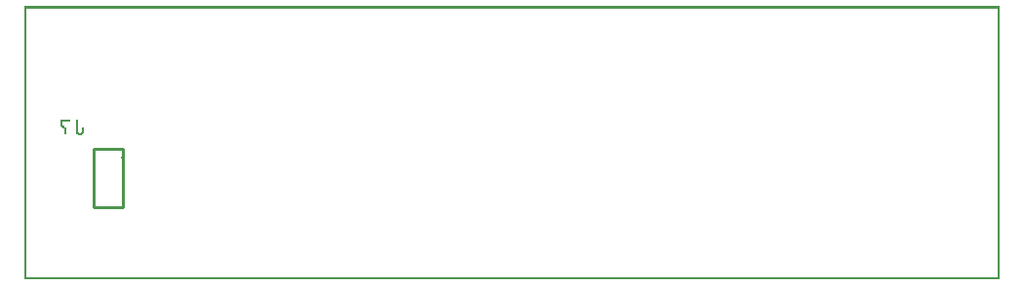
<source format=gbo>
G04 MADE WITH FRITZING*
G04 WWW.FRITZING.ORG*
G04 DOUBLE SIDED*
G04 HOLES PLATED*
G04 CONTOUR ON CENTER OF CONTOUR VECTOR*
%ASAXBY*%
%FSLAX23Y23*%
%MOIN*%
%OFA0B0*%
%SFA1.0B1.0*%
%ADD10C,0.010000*%
%ADD11R,0.001000X0.001000*%
%LNSILK0*%
G90*
G70*
G54D10*
X335Y449D02*
X335Y249D01*
D02*
X335Y249D02*
X235Y249D01*
D02*
X235Y249D02*
X235Y449D01*
D02*
X235Y449D02*
X335Y449D01*
G54D11*
X0Y936D02*
X3332Y936D01*
X0Y935D02*
X3332Y935D01*
X0Y934D02*
X3332Y934D01*
X0Y933D02*
X3332Y933D01*
X0Y932D02*
X3332Y932D01*
X0Y931D02*
X3332Y931D01*
X0Y930D02*
X3332Y930D01*
X0Y929D02*
X3332Y929D01*
X0Y928D02*
X7Y928D01*
X3325Y928D02*
X3332Y928D01*
X0Y927D02*
X7Y927D01*
X3325Y927D02*
X3332Y927D01*
X0Y926D02*
X7Y926D01*
X3325Y926D02*
X3332Y926D01*
X0Y925D02*
X7Y925D01*
X3325Y925D02*
X3332Y925D01*
X0Y924D02*
X7Y924D01*
X3325Y924D02*
X3332Y924D01*
X0Y923D02*
X7Y923D01*
X3325Y923D02*
X3332Y923D01*
X0Y922D02*
X7Y922D01*
X3325Y922D02*
X3332Y922D01*
X0Y921D02*
X7Y921D01*
X3325Y921D02*
X3332Y921D01*
X0Y920D02*
X7Y920D01*
X3325Y920D02*
X3332Y920D01*
X0Y919D02*
X7Y919D01*
X3325Y919D02*
X3332Y919D01*
X0Y918D02*
X7Y918D01*
X3325Y918D02*
X3332Y918D01*
X0Y917D02*
X7Y917D01*
X3325Y917D02*
X3332Y917D01*
X0Y916D02*
X7Y916D01*
X3325Y916D02*
X3332Y916D01*
X0Y915D02*
X7Y915D01*
X3325Y915D02*
X3332Y915D01*
X0Y914D02*
X7Y914D01*
X3325Y914D02*
X3332Y914D01*
X0Y913D02*
X7Y913D01*
X3325Y913D02*
X3332Y913D01*
X0Y912D02*
X7Y912D01*
X3325Y912D02*
X3332Y912D01*
X0Y911D02*
X7Y911D01*
X3325Y911D02*
X3332Y911D01*
X0Y910D02*
X7Y910D01*
X3325Y910D02*
X3332Y910D01*
X0Y909D02*
X7Y909D01*
X3325Y909D02*
X3332Y909D01*
X0Y908D02*
X7Y908D01*
X3325Y908D02*
X3332Y908D01*
X0Y907D02*
X7Y907D01*
X3325Y907D02*
X3332Y907D01*
X0Y906D02*
X7Y906D01*
X3325Y906D02*
X3332Y906D01*
X0Y905D02*
X7Y905D01*
X3325Y905D02*
X3332Y905D01*
X0Y904D02*
X7Y904D01*
X3325Y904D02*
X3332Y904D01*
X0Y903D02*
X7Y903D01*
X3325Y903D02*
X3332Y903D01*
X0Y902D02*
X7Y902D01*
X3325Y902D02*
X3332Y902D01*
X0Y901D02*
X7Y901D01*
X3325Y901D02*
X3332Y901D01*
X0Y900D02*
X7Y900D01*
X3325Y900D02*
X3332Y900D01*
X0Y899D02*
X7Y899D01*
X3325Y899D02*
X3332Y899D01*
X0Y898D02*
X7Y898D01*
X3325Y898D02*
X3332Y898D01*
X0Y897D02*
X7Y897D01*
X3325Y897D02*
X3332Y897D01*
X0Y896D02*
X7Y896D01*
X3325Y896D02*
X3332Y896D01*
X0Y895D02*
X7Y895D01*
X3325Y895D02*
X3332Y895D01*
X0Y894D02*
X7Y894D01*
X3325Y894D02*
X3332Y894D01*
X0Y893D02*
X7Y893D01*
X3325Y893D02*
X3332Y893D01*
X0Y892D02*
X7Y892D01*
X3325Y892D02*
X3332Y892D01*
X0Y891D02*
X7Y891D01*
X3325Y891D02*
X3332Y891D01*
X0Y890D02*
X7Y890D01*
X3325Y890D02*
X3332Y890D01*
X0Y889D02*
X7Y889D01*
X3325Y889D02*
X3332Y889D01*
X0Y888D02*
X7Y888D01*
X3325Y888D02*
X3332Y888D01*
X0Y887D02*
X7Y887D01*
X3325Y887D02*
X3332Y887D01*
X0Y886D02*
X7Y886D01*
X3325Y886D02*
X3332Y886D01*
X0Y885D02*
X7Y885D01*
X3325Y885D02*
X3332Y885D01*
X0Y884D02*
X7Y884D01*
X3325Y884D02*
X3332Y884D01*
X0Y883D02*
X7Y883D01*
X3325Y883D02*
X3332Y883D01*
X0Y882D02*
X7Y882D01*
X3325Y882D02*
X3332Y882D01*
X0Y881D02*
X7Y881D01*
X3325Y881D02*
X3332Y881D01*
X0Y880D02*
X7Y880D01*
X3325Y880D02*
X3332Y880D01*
X0Y879D02*
X7Y879D01*
X3325Y879D02*
X3332Y879D01*
X0Y878D02*
X7Y878D01*
X3325Y878D02*
X3332Y878D01*
X0Y877D02*
X7Y877D01*
X3325Y877D02*
X3332Y877D01*
X0Y876D02*
X7Y876D01*
X3325Y876D02*
X3332Y876D01*
X0Y875D02*
X7Y875D01*
X3325Y875D02*
X3332Y875D01*
X0Y874D02*
X7Y874D01*
X3325Y874D02*
X3332Y874D01*
X0Y873D02*
X7Y873D01*
X3325Y873D02*
X3332Y873D01*
X0Y872D02*
X7Y872D01*
X3325Y872D02*
X3332Y872D01*
X0Y871D02*
X7Y871D01*
X3325Y871D02*
X3332Y871D01*
X0Y870D02*
X7Y870D01*
X3325Y870D02*
X3332Y870D01*
X0Y869D02*
X7Y869D01*
X3325Y869D02*
X3332Y869D01*
X0Y868D02*
X7Y868D01*
X3325Y868D02*
X3332Y868D01*
X0Y867D02*
X7Y867D01*
X3325Y867D02*
X3332Y867D01*
X0Y866D02*
X7Y866D01*
X3325Y866D02*
X3332Y866D01*
X0Y865D02*
X7Y865D01*
X3325Y865D02*
X3332Y865D01*
X0Y864D02*
X7Y864D01*
X3325Y864D02*
X3332Y864D01*
X0Y863D02*
X7Y863D01*
X3325Y863D02*
X3332Y863D01*
X0Y862D02*
X7Y862D01*
X3325Y862D02*
X3332Y862D01*
X0Y861D02*
X7Y861D01*
X3325Y861D02*
X3332Y861D01*
X0Y860D02*
X7Y860D01*
X3325Y860D02*
X3332Y860D01*
X0Y859D02*
X7Y859D01*
X3325Y859D02*
X3332Y859D01*
X0Y858D02*
X7Y858D01*
X3325Y858D02*
X3332Y858D01*
X0Y857D02*
X7Y857D01*
X3325Y857D02*
X3332Y857D01*
X0Y856D02*
X7Y856D01*
X3325Y856D02*
X3332Y856D01*
X0Y855D02*
X7Y855D01*
X3325Y855D02*
X3332Y855D01*
X0Y854D02*
X7Y854D01*
X3325Y854D02*
X3332Y854D01*
X0Y853D02*
X7Y853D01*
X3325Y853D02*
X3332Y853D01*
X0Y852D02*
X7Y852D01*
X3325Y852D02*
X3332Y852D01*
X0Y851D02*
X7Y851D01*
X3325Y851D02*
X3332Y851D01*
X0Y850D02*
X7Y850D01*
X3325Y850D02*
X3332Y850D01*
X0Y849D02*
X7Y849D01*
X3325Y849D02*
X3332Y849D01*
X0Y848D02*
X7Y848D01*
X3325Y848D02*
X3332Y848D01*
X0Y847D02*
X7Y847D01*
X3325Y847D02*
X3332Y847D01*
X0Y846D02*
X7Y846D01*
X3325Y846D02*
X3332Y846D01*
X0Y845D02*
X7Y845D01*
X3325Y845D02*
X3332Y845D01*
X0Y844D02*
X7Y844D01*
X3325Y844D02*
X3332Y844D01*
X0Y843D02*
X7Y843D01*
X3325Y843D02*
X3332Y843D01*
X0Y842D02*
X7Y842D01*
X3325Y842D02*
X3332Y842D01*
X0Y841D02*
X7Y841D01*
X3325Y841D02*
X3332Y841D01*
X0Y840D02*
X7Y840D01*
X3325Y840D02*
X3332Y840D01*
X0Y839D02*
X7Y839D01*
X3325Y839D02*
X3332Y839D01*
X0Y838D02*
X7Y838D01*
X3325Y838D02*
X3332Y838D01*
X0Y837D02*
X7Y837D01*
X3325Y837D02*
X3332Y837D01*
X0Y836D02*
X7Y836D01*
X3325Y836D02*
X3332Y836D01*
X0Y835D02*
X7Y835D01*
X3325Y835D02*
X3332Y835D01*
X0Y834D02*
X7Y834D01*
X3325Y834D02*
X3332Y834D01*
X0Y833D02*
X7Y833D01*
X3325Y833D02*
X3332Y833D01*
X0Y832D02*
X7Y832D01*
X3325Y832D02*
X3332Y832D01*
X0Y831D02*
X7Y831D01*
X3325Y831D02*
X3332Y831D01*
X0Y830D02*
X7Y830D01*
X3325Y830D02*
X3332Y830D01*
X0Y829D02*
X7Y829D01*
X3325Y829D02*
X3332Y829D01*
X0Y828D02*
X7Y828D01*
X3325Y828D02*
X3332Y828D01*
X0Y827D02*
X7Y827D01*
X3325Y827D02*
X3332Y827D01*
X0Y826D02*
X7Y826D01*
X3325Y826D02*
X3332Y826D01*
X0Y825D02*
X7Y825D01*
X3325Y825D02*
X3332Y825D01*
X0Y824D02*
X7Y824D01*
X3325Y824D02*
X3332Y824D01*
X0Y823D02*
X7Y823D01*
X3325Y823D02*
X3332Y823D01*
X0Y822D02*
X7Y822D01*
X3325Y822D02*
X3332Y822D01*
X0Y821D02*
X7Y821D01*
X3325Y821D02*
X3332Y821D01*
X0Y820D02*
X7Y820D01*
X3325Y820D02*
X3332Y820D01*
X0Y819D02*
X7Y819D01*
X3325Y819D02*
X3332Y819D01*
X0Y818D02*
X7Y818D01*
X3325Y818D02*
X3332Y818D01*
X0Y817D02*
X7Y817D01*
X3325Y817D02*
X3332Y817D01*
X0Y816D02*
X7Y816D01*
X3325Y816D02*
X3332Y816D01*
X0Y815D02*
X7Y815D01*
X3325Y815D02*
X3332Y815D01*
X0Y814D02*
X7Y814D01*
X3325Y814D02*
X3332Y814D01*
X0Y813D02*
X7Y813D01*
X3325Y813D02*
X3332Y813D01*
X0Y812D02*
X7Y812D01*
X3325Y812D02*
X3332Y812D01*
X0Y811D02*
X7Y811D01*
X3325Y811D02*
X3332Y811D01*
X0Y810D02*
X7Y810D01*
X3325Y810D02*
X3332Y810D01*
X0Y809D02*
X7Y809D01*
X3325Y809D02*
X3332Y809D01*
X0Y808D02*
X7Y808D01*
X3325Y808D02*
X3332Y808D01*
X0Y807D02*
X7Y807D01*
X3325Y807D02*
X3332Y807D01*
X0Y806D02*
X7Y806D01*
X3325Y806D02*
X3332Y806D01*
X0Y805D02*
X7Y805D01*
X3325Y805D02*
X3332Y805D01*
X0Y804D02*
X7Y804D01*
X3325Y804D02*
X3332Y804D01*
X0Y803D02*
X7Y803D01*
X3325Y803D02*
X3332Y803D01*
X0Y802D02*
X7Y802D01*
X3325Y802D02*
X3332Y802D01*
X0Y801D02*
X7Y801D01*
X3325Y801D02*
X3332Y801D01*
X0Y800D02*
X7Y800D01*
X3325Y800D02*
X3332Y800D01*
X0Y799D02*
X7Y799D01*
X3325Y799D02*
X3332Y799D01*
X0Y798D02*
X7Y798D01*
X3325Y798D02*
X3332Y798D01*
X0Y797D02*
X7Y797D01*
X3325Y797D02*
X3332Y797D01*
X0Y796D02*
X7Y796D01*
X3325Y796D02*
X3332Y796D01*
X0Y795D02*
X7Y795D01*
X3325Y795D02*
X3332Y795D01*
X0Y794D02*
X7Y794D01*
X3325Y794D02*
X3332Y794D01*
X0Y793D02*
X7Y793D01*
X3325Y793D02*
X3332Y793D01*
X0Y792D02*
X7Y792D01*
X3325Y792D02*
X3332Y792D01*
X0Y791D02*
X7Y791D01*
X3325Y791D02*
X3332Y791D01*
X0Y790D02*
X7Y790D01*
X3325Y790D02*
X3332Y790D01*
X0Y789D02*
X7Y789D01*
X3325Y789D02*
X3332Y789D01*
X0Y788D02*
X7Y788D01*
X3325Y788D02*
X3332Y788D01*
X0Y787D02*
X7Y787D01*
X3325Y787D02*
X3332Y787D01*
X0Y786D02*
X7Y786D01*
X3325Y786D02*
X3332Y786D01*
X0Y785D02*
X7Y785D01*
X3325Y785D02*
X3332Y785D01*
X0Y784D02*
X7Y784D01*
X3325Y784D02*
X3332Y784D01*
X0Y783D02*
X7Y783D01*
X3325Y783D02*
X3332Y783D01*
X0Y782D02*
X7Y782D01*
X3325Y782D02*
X3332Y782D01*
X0Y781D02*
X7Y781D01*
X3325Y781D02*
X3332Y781D01*
X0Y780D02*
X7Y780D01*
X3325Y780D02*
X3332Y780D01*
X0Y779D02*
X7Y779D01*
X3325Y779D02*
X3332Y779D01*
X0Y778D02*
X7Y778D01*
X3325Y778D02*
X3332Y778D01*
X0Y777D02*
X7Y777D01*
X3325Y777D02*
X3332Y777D01*
X0Y776D02*
X7Y776D01*
X3325Y776D02*
X3332Y776D01*
X0Y775D02*
X7Y775D01*
X3325Y775D02*
X3332Y775D01*
X0Y774D02*
X7Y774D01*
X3325Y774D02*
X3332Y774D01*
X0Y773D02*
X7Y773D01*
X3325Y773D02*
X3332Y773D01*
X0Y772D02*
X7Y772D01*
X3325Y772D02*
X3332Y772D01*
X0Y771D02*
X7Y771D01*
X3325Y771D02*
X3332Y771D01*
X0Y770D02*
X7Y770D01*
X3325Y770D02*
X3332Y770D01*
X0Y769D02*
X7Y769D01*
X3325Y769D02*
X3332Y769D01*
X0Y768D02*
X7Y768D01*
X3325Y768D02*
X3332Y768D01*
X0Y767D02*
X7Y767D01*
X3325Y767D02*
X3332Y767D01*
X0Y766D02*
X7Y766D01*
X3325Y766D02*
X3332Y766D01*
X0Y765D02*
X7Y765D01*
X3325Y765D02*
X3332Y765D01*
X0Y764D02*
X7Y764D01*
X3325Y764D02*
X3332Y764D01*
X0Y763D02*
X7Y763D01*
X3325Y763D02*
X3332Y763D01*
X0Y762D02*
X7Y762D01*
X3325Y762D02*
X3332Y762D01*
X0Y761D02*
X7Y761D01*
X3325Y761D02*
X3332Y761D01*
X0Y760D02*
X7Y760D01*
X3325Y760D02*
X3332Y760D01*
X0Y759D02*
X7Y759D01*
X3325Y759D02*
X3332Y759D01*
X0Y758D02*
X7Y758D01*
X3325Y758D02*
X3332Y758D01*
X0Y757D02*
X7Y757D01*
X3325Y757D02*
X3332Y757D01*
X0Y756D02*
X7Y756D01*
X3325Y756D02*
X3332Y756D01*
X0Y755D02*
X7Y755D01*
X3325Y755D02*
X3332Y755D01*
X0Y754D02*
X7Y754D01*
X3325Y754D02*
X3332Y754D01*
X0Y753D02*
X7Y753D01*
X3325Y753D02*
X3332Y753D01*
X0Y752D02*
X7Y752D01*
X3325Y752D02*
X3332Y752D01*
X0Y751D02*
X7Y751D01*
X3325Y751D02*
X3332Y751D01*
X0Y750D02*
X7Y750D01*
X3325Y750D02*
X3332Y750D01*
X0Y749D02*
X7Y749D01*
X3325Y749D02*
X3332Y749D01*
X0Y748D02*
X7Y748D01*
X3325Y748D02*
X3332Y748D01*
X0Y747D02*
X7Y747D01*
X3325Y747D02*
X3332Y747D01*
X0Y746D02*
X7Y746D01*
X3325Y746D02*
X3332Y746D01*
X0Y745D02*
X7Y745D01*
X3325Y745D02*
X3332Y745D01*
X0Y744D02*
X7Y744D01*
X3325Y744D02*
X3332Y744D01*
X0Y743D02*
X7Y743D01*
X3325Y743D02*
X3332Y743D01*
X0Y742D02*
X7Y742D01*
X3325Y742D02*
X3332Y742D01*
X0Y741D02*
X7Y741D01*
X3325Y741D02*
X3332Y741D01*
X0Y740D02*
X7Y740D01*
X3325Y740D02*
X3332Y740D01*
X0Y739D02*
X7Y739D01*
X3325Y739D02*
X3332Y739D01*
X0Y738D02*
X7Y738D01*
X3325Y738D02*
X3332Y738D01*
X0Y737D02*
X7Y737D01*
X3325Y737D02*
X3332Y737D01*
X0Y736D02*
X7Y736D01*
X3325Y736D02*
X3332Y736D01*
X0Y735D02*
X7Y735D01*
X3325Y735D02*
X3332Y735D01*
X0Y734D02*
X7Y734D01*
X3325Y734D02*
X3332Y734D01*
X0Y733D02*
X7Y733D01*
X3325Y733D02*
X3332Y733D01*
X0Y732D02*
X7Y732D01*
X3325Y732D02*
X3332Y732D01*
X0Y731D02*
X7Y731D01*
X3325Y731D02*
X3332Y731D01*
X0Y730D02*
X7Y730D01*
X3325Y730D02*
X3332Y730D01*
X0Y729D02*
X7Y729D01*
X3325Y729D02*
X3332Y729D01*
X0Y728D02*
X7Y728D01*
X3325Y728D02*
X3332Y728D01*
X0Y727D02*
X7Y727D01*
X3325Y727D02*
X3332Y727D01*
X0Y726D02*
X7Y726D01*
X3325Y726D02*
X3332Y726D01*
X0Y725D02*
X7Y725D01*
X3325Y725D02*
X3332Y725D01*
X0Y724D02*
X7Y724D01*
X3325Y724D02*
X3332Y724D01*
X0Y723D02*
X7Y723D01*
X3325Y723D02*
X3332Y723D01*
X0Y722D02*
X7Y722D01*
X3325Y722D02*
X3332Y722D01*
X0Y721D02*
X7Y721D01*
X3325Y721D02*
X3332Y721D01*
X0Y720D02*
X7Y720D01*
X3325Y720D02*
X3332Y720D01*
X0Y719D02*
X7Y719D01*
X3325Y719D02*
X3332Y719D01*
X0Y718D02*
X7Y718D01*
X3325Y718D02*
X3332Y718D01*
X0Y717D02*
X7Y717D01*
X3325Y717D02*
X3332Y717D01*
X0Y716D02*
X7Y716D01*
X3325Y716D02*
X3332Y716D01*
X0Y715D02*
X7Y715D01*
X3325Y715D02*
X3332Y715D01*
X0Y714D02*
X7Y714D01*
X3325Y714D02*
X3332Y714D01*
X0Y713D02*
X7Y713D01*
X3325Y713D02*
X3332Y713D01*
X0Y712D02*
X7Y712D01*
X3325Y712D02*
X3332Y712D01*
X0Y711D02*
X7Y711D01*
X3325Y711D02*
X3332Y711D01*
X0Y710D02*
X7Y710D01*
X3325Y710D02*
X3332Y710D01*
X0Y709D02*
X7Y709D01*
X3325Y709D02*
X3332Y709D01*
X0Y708D02*
X7Y708D01*
X3325Y708D02*
X3332Y708D01*
X0Y707D02*
X7Y707D01*
X3325Y707D02*
X3332Y707D01*
X0Y706D02*
X7Y706D01*
X3325Y706D02*
X3332Y706D01*
X0Y705D02*
X7Y705D01*
X3325Y705D02*
X3332Y705D01*
X0Y704D02*
X7Y704D01*
X3325Y704D02*
X3332Y704D01*
X0Y703D02*
X7Y703D01*
X3325Y703D02*
X3332Y703D01*
X0Y702D02*
X7Y702D01*
X3325Y702D02*
X3332Y702D01*
X0Y701D02*
X7Y701D01*
X3325Y701D02*
X3332Y701D01*
X0Y700D02*
X7Y700D01*
X3325Y700D02*
X3332Y700D01*
X0Y699D02*
X7Y699D01*
X3325Y699D02*
X3332Y699D01*
X0Y698D02*
X7Y698D01*
X3325Y698D02*
X3332Y698D01*
X0Y697D02*
X7Y697D01*
X3325Y697D02*
X3332Y697D01*
X0Y696D02*
X7Y696D01*
X3325Y696D02*
X3332Y696D01*
X0Y695D02*
X7Y695D01*
X3325Y695D02*
X3332Y695D01*
X0Y694D02*
X7Y694D01*
X3325Y694D02*
X3332Y694D01*
X0Y693D02*
X7Y693D01*
X3325Y693D02*
X3332Y693D01*
X0Y692D02*
X7Y692D01*
X3325Y692D02*
X3332Y692D01*
X0Y691D02*
X7Y691D01*
X3325Y691D02*
X3332Y691D01*
X0Y690D02*
X7Y690D01*
X3325Y690D02*
X3332Y690D01*
X0Y689D02*
X7Y689D01*
X3325Y689D02*
X3332Y689D01*
X0Y688D02*
X7Y688D01*
X3325Y688D02*
X3332Y688D01*
X0Y687D02*
X7Y687D01*
X3325Y687D02*
X3332Y687D01*
X0Y686D02*
X7Y686D01*
X3325Y686D02*
X3332Y686D01*
X0Y685D02*
X7Y685D01*
X3325Y685D02*
X3332Y685D01*
X0Y684D02*
X7Y684D01*
X3325Y684D02*
X3332Y684D01*
X0Y683D02*
X7Y683D01*
X3325Y683D02*
X3332Y683D01*
X0Y682D02*
X7Y682D01*
X3325Y682D02*
X3332Y682D01*
X0Y681D02*
X7Y681D01*
X3325Y681D02*
X3332Y681D01*
X0Y680D02*
X7Y680D01*
X3325Y680D02*
X3332Y680D01*
X0Y679D02*
X7Y679D01*
X3325Y679D02*
X3332Y679D01*
X0Y678D02*
X7Y678D01*
X3325Y678D02*
X3332Y678D01*
X0Y677D02*
X7Y677D01*
X3325Y677D02*
X3332Y677D01*
X0Y676D02*
X7Y676D01*
X3325Y676D02*
X3332Y676D01*
X0Y675D02*
X7Y675D01*
X3325Y675D02*
X3332Y675D01*
X0Y674D02*
X7Y674D01*
X3325Y674D02*
X3332Y674D01*
X0Y673D02*
X7Y673D01*
X3325Y673D02*
X3332Y673D01*
X0Y672D02*
X7Y672D01*
X3325Y672D02*
X3332Y672D01*
X0Y671D02*
X7Y671D01*
X3325Y671D02*
X3332Y671D01*
X0Y670D02*
X7Y670D01*
X3325Y670D02*
X3332Y670D01*
X0Y669D02*
X7Y669D01*
X3325Y669D02*
X3332Y669D01*
X0Y668D02*
X7Y668D01*
X3325Y668D02*
X3332Y668D01*
X0Y667D02*
X7Y667D01*
X3325Y667D02*
X3332Y667D01*
X0Y666D02*
X7Y666D01*
X3325Y666D02*
X3332Y666D01*
X0Y665D02*
X7Y665D01*
X3325Y665D02*
X3332Y665D01*
X0Y664D02*
X7Y664D01*
X3325Y664D02*
X3332Y664D01*
X0Y663D02*
X7Y663D01*
X3325Y663D02*
X3332Y663D01*
X0Y662D02*
X7Y662D01*
X3325Y662D02*
X3332Y662D01*
X0Y661D02*
X7Y661D01*
X3325Y661D02*
X3332Y661D01*
X0Y660D02*
X7Y660D01*
X3325Y660D02*
X3332Y660D01*
X0Y659D02*
X7Y659D01*
X3325Y659D02*
X3332Y659D01*
X0Y658D02*
X7Y658D01*
X3325Y658D02*
X3332Y658D01*
X0Y657D02*
X7Y657D01*
X3325Y657D02*
X3332Y657D01*
X0Y656D02*
X7Y656D01*
X3325Y656D02*
X3332Y656D01*
X0Y655D02*
X7Y655D01*
X3325Y655D02*
X3332Y655D01*
X0Y654D02*
X7Y654D01*
X3325Y654D02*
X3332Y654D01*
X0Y653D02*
X7Y653D01*
X3325Y653D02*
X3332Y653D01*
X0Y652D02*
X7Y652D01*
X3325Y652D02*
X3332Y652D01*
X0Y651D02*
X7Y651D01*
X3325Y651D02*
X3332Y651D01*
X0Y650D02*
X7Y650D01*
X3325Y650D02*
X3332Y650D01*
X0Y649D02*
X7Y649D01*
X3325Y649D02*
X3332Y649D01*
X0Y648D02*
X7Y648D01*
X3325Y648D02*
X3332Y648D01*
X0Y647D02*
X7Y647D01*
X3325Y647D02*
X3332Y647D01*
X0Y646D02*
X7Y646D01*
X3325Y646D02*
X3332Y646D01*
X0Y645D02*
X7Y645D01*
X3325Y645D02*
X3332Y645D01*
X0Y644D02*
X7Y644D01*
X3325Y644D02*
X3332Y644D01*
X0Y643D02*
X7Y643D01*
X3325Y643D02*
X3332Y643D01*
X0Y642D02*
X7Y642D01*
X3325Y642D02*
X3332Y642D01*
X0Y641D02*
X7Y641D01*
X3325Y641D02*
X3332Y641D01*
X0Y640D02*
X7Y640D01*
X3325Y640D02*
X3332Y640D01*
X0Y639D02*
X7Y639D01*
X3325Y639D02*
X3332Y639D01*
X0Y638D02*
X7Y638D01*
X3325Y638D02*
X3332Y638D01*
X0Y637D02*
X7Y637D01*
X3325Y637D02*
X3332Y637D01*
X0Y636D02*
X7Y636D01*
X3325Y636D02*
X3332Y636D01*
X0Y635D02*
X7Y635D01*
X3325Y635D02*
X3332Y635D01*
X0Y634D02*
X7Y634D01*
X3325Y634D02*
X3332Y634D01*
X0Y633D02*
X7Y633D01*
X3325Y633D02*
X3332Y633D01*
X0Y632D02*
X7Y632D01*
X3325Y632D02*
X3332Y632D01*
X0Y631D02*
X7Y631D01*
X3325Y631D02*
X3332Y631D01*
X0Y630D02*
X7Y630D01*
X3325Y630D02*
X3332Y630D01*
X0Y629D02*
X7Y629D01*
X3325Y629D02*
X3332Y629D01*
X0Y628D02*
X7Y628D01*
X3325Y628D02*
X3332Y628D01*
X0Y627D02*
X7Y627D01*
X3325Y627D02*
X3332Y627D01*
X0Y626D02*
X7Y626D01*
X3325Y626D02*
X3332Y626D01*
X0Y625D02*
X7Y625D01*
X3325Y625D02*
X3332Y625D01*
X0Y624D02*
X7Y624D01*
X3325Y624D02*
X3332Y624D01*
X0Y623D02*
X7Y623D01*
X3325Y623D02*
X3332Y623D01*
X0Y622D02*
X7Y622D01*
X3325Y622D02*
X3332Y622D01*
X0Y621D02*
X7Y621D01*
X3325Y621D02*
X3332Y621D01*
X0Y620D02*
X7Y620D01*
X3325Y620D02*
X3332Y620D01*
X0Y619D02*
X7Y619D01*
X3325Y619D02*
X3332Y619D01*
X0Y618D02*
X7Y618D01*
X3325Y618D02*
X3332Y618D01*
X0Y617D02*
X7Y617D01*
X3325Y617D02*
X3332Y617D01*
X0Y616D02*
X7Y616D01*
X3325Y616D02*
X3332Y616D01*
X0Y615D02*
X7Y615D01*
X3325Y615D02*
X3332Y615D01*
X0Y614D02*
X7Y614D01*
X3325Y614D02*
X3332Y614D01*
X0Y613D02*
X7Y613D01*
X3325Y613D02*
X3332Y613D01*
X0Y612D02*
X7Y612D01*
X3325Y612D02*
X3332Y612D01*
X0Y611D02*
X7Y611D01*
X3325Y611D02*
X3332Y611D01*
X0Y610D02*
X7Y610D01*
X3325Y610D02*
X3332Y610D01*
X0Y609D02*
X7Y609D01*
X3325Y609D02*
X3332Y609D01*
X0Y608D02*
X7Y608D01*
X3325Y608D02*
X3332Y608D01*
X0Y607D02*
X7Y607D01*
X3325Y607D02*
X3332Y607D01*
X0Y606D02*
X7Y606D01*
X3325Y606D02*
X3332Y606D01*
X0Y605D02*
X7Y605D01*
X3325Y605D02*
X3332Y605D01*
X0Y604D02*
X7Y604D01*
X3325Y604D02*
X3332Y604D01*
X0Y603D02*
X7Y603D01*
X3325Y603D02*
X3332Y603D01*
X0Y602D02*
X7Y602D01*
X3325Y602D02*
X3332Y602D01*
X0Y601D02*
X7Y601D01*
X3325Y601D02*
X3332Y601D01*
X0Y600D02*
X7Y600D01*
X3325Y600D02*
X3332Y600D01*
X0Y599D02*
X7Y599D01*
X3325Y599D02*
X3332Y599D01*
X0Y598D02*
X7Y598D01*
X3325Y598D02*
X3332Y598D01*
X0Y597D02*
X7Y597D01*
X3325Y597D02*
X3332Y597D01*
X0Y596D02*
X7Y596D01*
X3325Y596D02*
X3332Y596D01*
X0Y595D02*
X7Y595D01*
X3325Y595D02*
X3332Y595D01*
X0Y594D02*
X7Y594D01*
X3325Y594D02*
X3332Y594D01*
X0Y593D02*
X7Y593D01*
X3325Y593D02*
X3332Y593D01*
X0Y592D02*
X7Y592D01*
X3325Y592D02*
X3332Y592D01*
X0Y591D02*
X7Y591D01*
X3325Y591D02*
X3332Y591D01*
X0Y590D02*
X7Y590D01*
X3325Y590D02*
X3332Y590D01*
X0Y589D02*
X7Y589D01*
X3325Y589D02*
X3332Y589D01*
X0Y588D02*
X7Y588D01*
X3325Y588D02*
X3332Y588D01*
X0Y587D02*
X7Y587D01*
X3325Y587D02*
X3332Y587D01*
X0Y586D02*
X7Y586D01*
X3325Y586D02*
X3332Y586D01*
X0Y585D02*
X7Y585D01*
X3325Y585D02*
X3332Y585D01*
X0Y584D02*
X7Y584D01*
X3325Y584D02*
X3332Y584D01*
X0Y583D02*
X7Y583D01*
X3325Y583D02*
X3332Y583D01*
X0Y582D02*
X7Y582D01*
X3325Y582D02*
X3332Y582D01*
X0Y581D02*
X7Y581D01*
X3325Y581D02*
X3332Y581D01*
X0Y580D02*
X7Y580D01*
X3325Y580D02*
X3332Y580D01*
X0Y579D02*
X7Y579D01*
X3325Y579D02*
X3332Y579D01*
X0Y578D02*
X7Y578D01*
X3325Y578D02*
X3332Y578D01*
X0Y577D02*
X7Y577D01*
X3325Y577D02*
X3332Y577D01*
X0Y576D02*
X7Y576D01*
X3325Y576D02*
X3332Y576D01*
X0Y575D02*
X7Y575D01*
X3325Y575D02*
X3332Y575D01*
X0Y574D02*
X7Y574D01*
X3325Y574D02*
X3332Y574D01*
X0Y573D02*
X7Y573D01*
X3325Y573D02*
X3332Y573D01*
X0Y572D02*
X7Y572D01*
X3325Y572D02*
X3332Y572D01*
X0Y571D02*
X7Y571D01*
X3325Y571D02*
X3332Y571D01*
X0Y570D02*
X7Y570D01*
X3325Y570D02*
X3332Y570D01*
X0Y569D02*
X7Y569D01*
X3325Y569D02*
X3332Y569D01*
X0Y568D02*
X7Y568D01*
X3325Y568D02*
X3332Y568D01*
X0Y567D02*
X7Y567D01*
X3325Y567D02*
X3332Y567D01*
X0Y566D02*
X7Y566D01*
X3325Y566D02*
X3332Y566D01*
X0Y565D02*
X7Y565D01*
X3325Y565D02*
X3332Y565D01*
X0Y564D02*
X7Y564D01*
X3325Y564D02*
X3332Y564D01*
X0Y563D02*
X7Y563D01*
X3325Y563D02*
X3332Y563D01*
X0Y562D02*
X7Y562D01*
X3325Y562D02*
X3332Y562D01*
X0Y561D02*
X7Y561D01*
X3325Y561D02*
X3332Y561D01*
X0Y560D02*
X7Y560D01*
X3325Y560D02*
X3332Y560D01*
X0Y559D02*
X7Y559D01*
X3325Y559D02*
X3332Y559D01*
X0Y558D02*
X7Y558D01*
X3325Y558D02*
X3332Y558D01*
X0Y557D02*
X7Y557D01*
X3325Y557D02*
X3332Y557D01*
X0Y556D02*
X7Y556D01*
X3325Y556D02*
X3332Y556D01*
X0Y555D02*
X7Y555D01*
X3325Y555D02*
X3332Y555D01*
X0Y554D02*
X7Y554D01*
X3325Y554D02*
X3332Y554D01*
X0Y553D02*
X7Y553D01*
X3325Y553D02*
X3332Y553D01*
X0Y552D02*
X7Y552D01*
X3325Y552D02*
X3332Y552D01*
X0Y551D02*
X7Y551D01*
X3325Y551D02*
X3332Y551D01*
X0Y550D02*
X7Y550D01*
X3325Y550D02*
X3332Y550D01*
X0Y549D02*
X7Y549D01*
X122Y549D02*
X155Y549D01*
X177Y549D02*
X181Y549D01*
X3325Y549D02*
X3332Y549D01*
X0Y548D02*
X7Y548D01*
X122Y548D02*
X156Y548D01*
X176Y548D02*
X181Y548D01*
X3325Y548D02*
X3332Y548D01*
X0Y547D02*
X7Y547D01*
X122Y547D02*
X156Y547D01*
X176Y547D02*
X182Y547D01*
X3325Y547D02*
X3332Y547D01*
X0Y546D02*
X7Y546D01*
X122Y546D02*
X156Y546D01*
X176Y546D02*
X182Y546D01*
X3325Y546D02*
X3332Y546D01*
X0Y545D02*
X7Y545D01*
X122Y545D02*
X156Y545D01*
X176Y545D02*
X182Y545D01*
X3325Y545D02*
X3332Y545D01*
X0Y544D02*
X7Y544D01*
X122Y544D02*
X156Y544D01*
X176Y544D02*
X182Y544D01*
X3325Y544D02*
X3332Y544D01*
X0Y543D02*
X7Y543D01*
X122Y543D02*
X156Y543D01*
X176Y543D02*
X182Y543D01*
X3325Y543D02*
X3332Y543D01*
X0Y542D02*
X7Y542D01*
X122Y542D02*
X128Y542D01*
X150Y542D02*
X156Y542D01*
X176Y542D02*
X182Y542D01*
X3325Y542D02*
X3332Y542D01*
X0Y541D02*
X7Y541D01*
X122Y541D02*
X128Y541D01*
X151Y541D02*
X155Y541D01*
X176Y541D02*
X182Y541D01*
X3325Y541D02*
X3332Y541D01*
X0Y540D02*
X7Y540D01*
X122Y540D02*
X128Y540D01*
X176Y540D02*
X182Y540D01*
X3325Y540D02*
X3332Y540D01*
X0Y539D02*
X7Y539D01*
X122Y539D02*
X128Y539D01*
X176Y539D02*
X182Y539D01*
X3325Y539D02*
X3332Y539D01*
X0Y538D02*
X7Y538D01*
X122Y538D02*
X128Y538D01*
X176Y538D02*
X182Y538D01*
X3325Y538D02*
X3332Y538D01*
X0Y537D02*
X7Y537D01*
X122Y537D02*
X128Y537D01*
X176Y537D02*
X182Y537D01*
X3325Y537D02*
X3332Y537D01*
X0Y536D02*
X7Y536D01*
X122Y536D02*
X128Y536D01*
X176Y536D02*
X182Y536D01*
X3325Y536D02*
X3332Y536D01*
X0Y535D02*
X7Y535D01*
X122Y535D02*
X128Y535D01*
X176Y535D02*
X182Y535D01*
X3325Y535D02*
X3332Y535D01*
X0Y534D02*
X7Y534D01*
X122Y534D02*
X128Y534D01*
X176Y534D02*
X182Y534D01*
X3325Y534D02*
X3332Y534D01*
X0Y533D02*
X7Y533D01*
X122Y533D02*
X128Y533D01*
X176Y533D02*
X182Y533D01*
X3325Y533D02*
X3332Y533D01*
X0Y532D02*
X7Y532D01*
X122Y532D02*
X128Y532D01*
X176Y532D02*
X182Y532D01*
X3325Y532D02*
X3332Y532D01*
X0Y531D02*
X7Y531D01*
X122Y531D02*
X128Y531D01*
X176Y531D02*
X182Y531D01*
X3325Y531D02*
X3332Y531D01*
X0Y530D02*
X7Y530D01*
X122Y530D02*
X129Y530D01*
X176Y530D02*
X182Y530D01*
X3325Y530D02*
X3332Y530D01*
X0Y529D02*
X7Y529D01*
X122Y529D02*
X130Y529D01*
X176Y529D02*
X182Y529D01*
X3325Y529D02*
X3332Y529D01*
X0Y528D02*
X7Y528D01*
X123Y528D02*
X131Y528D01*
X176Y528D02*
X182Y528D01*
X3325Y528D02*
X3332Y528D01*
X0Y527D02*
X7Y527D01*
X123Y527D02*
X132Y527D01*
X176Y527D02*
X182Y527D01*
X3325Y527D02*
X3332Y527D01*
X0Y526D02*
X7Y526D01*
X124Y526D02*
X134Y526D01*
X176Y526D02*
X182Y526D01*
X3325Y526D02*
X3332Y526D01*
X0Y525D02*
X7Y525D01*
X125Y525D02*
X135Y525D01*
X176Y525D02*
X182Y525D01*
X3325Y525D02*
X3332Y525D01*
X0Y524D02*
X7Y524D01*
X126Y524D02*
X136Y524D01*
X176Y524D02*
X182Y524D01*
X3325Y524D02*
X3332Y524D01*
X0Y523D02*
X7Y523D01*
X127Y523D02*
X137Y523D01*
X176Y523D02*
X182Y523D01*
X3325Y523D02*
X3332Y523D01*
X0Y522D02*
X7Y522D01*
X128Y522D02*
X138Y522D01*
X176Y522D02*
X182Y522D01*
X3325Y522D02*
X3332Y522D01*
X0Y521D02*
X7Y521D01*
X130Y521D02*
X139Y521D01*
X176Y521D02*
X182Y521D01*
X3325Y521D02*
X3332Y521D01*
X0Y520D02*
X7Y520D01*
X131Y520D02*
X141Y520D01*
X176Y520D02*
X182Y520D01*
X198Y520D02*
X201Y520D01*
X3325Y520D02*
X3332Y520D01*
X0Y519D02*
X7Y519D01*
X132Y519D02*
X141Y519D01*
X176Y519D02*
X182Y519D01*
X197Y519D02*
X202Y519D01*
X3325Y519D02*
X3332Y519D01*
X0Y518D02*
X7Y518D01*
X133Y518D02*
X142Y518D01*
X176Y518D02*
X182Y518D01*
X197Y518D02*
X202Y518D01*
X3325Y518D02*
X3332Y518D01*
X0Y517D02*
X7Y517D01*
X134Y517D02*
X142Y517D01*
X176Y517D02*
X182Y517D01*
X197Y517D02*
X203Y517D01*
X3325Y517D02*
X3332Y517D01*
X0Y516D02*
X7Y516D01*
X135Y516D02*
X142Y516D01*
X176Y516D02*
X182Y516D01*
X197Y516D02*
X203Y516D01*
X3325Y516D02*
X3332Y516D01*
X0Y515D02*
X7Y515D01*
X136Y515D02*
X142Y515D01*
X176Y515D02*
X182Y515D01*
X197Y515D02*
X203Y515D01*
X3325Y515D02*
X3332Y515D01*
X0Y514D02*
X7Y514D01*
X136Y514D02*
X142Y514D01*
X176Y514D02*
X182Y514D01*
X197Y514D02*
X203Y514D01*
X3325Y514D02*
X3332Y514D01*
X0Y513D02*
X7Y513D01*
X136Y513D02*
X142Y513D01*
X176Y513D02*
X182Y513D01*
X197Y513D02*
X203Y513D01*
X3325Y513D02*
X3332Y513D01*
X0Y512D02*
X7Y512D01*
X136Y512D02*
X142Y512D01*
X176Y512D02*
X182Y512D01*
X197Y512D02*
X203Y512D01*
X3325Y512D02*
X3332Y512D01*
X0Y511D02*
X7Y511D01*
X136Y511D02*
X142Y511D01*
X176Y511D02*
X182Y511D01*
X197Y511D02*
X203Y511D01*
X3325Y511D02*
X3332Y511D01*
X0Y510D02*
X7Y510D01*
X136Y510D02*
X142Y510D01*
X176Y510D02*
X182Y510D01*
X197Y510D02*
X203Y510D01*
X3325Y510D02*
X3332Y510D01*
X0Y509D02*
X7Y509D01*
X136Y509D02*
X142Y509D01*
X176Y509D02*
X182Y509D01*
X197Y509D02*
X203Y509D01*
X3325Y509D02*
X3332Y509D01*
X0Y508D02*
X7Y508D01*
X136Y508D02*
X142Y508D01*
X176Y508D02*
X182Y508D01*
X197Y508D02*
X203Y508D01*
X3325Y508D02*
X3332Y508D01*
X0Y507D02*
X7Y507D01*
X136Y507D02*
X142Y507D01*
X176Y507D02*
X182Y507D01*
X197Y507D02*
X203Y507D01*
X3325Y507D02*
X3332Y507D01*
X0Y506D02*
X7Y506D01*
X136Y506D02*
X142Y506D01*
X176Y506D02*
X182Y506D01*
X197Y506D02*
X203Y506D01*
X3325Y506D02*
X3332Y506D01*
X0Y505D02*
X7Y505D01*
X136Y505D02*
X142Y505D01*
X176Y505D02*
X182Y505D01*
X196Y505D02*
X202Y505D01*
X3325Y505D02*
X3332Y505D01*
X0Y504D02*
X7Y504D01*
X136Y504D02*
X142Y504D01*
X176Y504D02*
X183Y504D01*
X196Y504D02*
X202Y504D01*
X3325Y504D02*
X3332Y504D01*
X0Y503D02*
X7Y503D01*
X136Y503D02*
X142Y503D01*
X176Y503D02*
X184Y503D01*
X194Y503D02*
X202Y503D01*
X3325Y503D02*
X3332Y503D01*
X0Y502D02*
X7Y502D01*
X136Y502D02*
X142Y502D01*
X177Y502D02*
X202Y502D01*
X3325Y502D02*
X3332Y502D01*
X0Y501D02*
X7Y501D01*
X136Y501D02*
X142Y501D01*
X177Y501D02*
X201Y501D01*
X3325Y501D02*
X3332Y501D01*
X0Y500D02*
X7Y500D01*
X136Y500D02*
X142Y500D01*
X178Y500D02*
X200Y500D01*
X3325Y500D02*
X3332Y500D01*
X0Y499D02*
X7Y499D01*
X136Y499D02*
X142Y499D01*
X179Y499D02*
X200Y499D01*
X3325Y499D02*
X3332Y499D01*
X0Y498D02*
X7Y498D01*
X137Y498D02*
X142Y498D01*
X180Y498D02*
X198Y498D01*
X3325Y498D02*
X3332Y498D01*
X0Y497D02*
X7Y497D01*
X137Y497D02*
X141Y497D01*
X182Y497D02*
X197Y497D01*
X3325Y497D02*
X3332Y497D01*
X0Y496D02*
X7Y496D01*
X139Y496D02*
X140Y496D01*
X184Y496D02*
X194Y496D01*
X3325Y496D02*
X3332Y496D01*
X0Y495D02*
X7Y495D01*
X3325Y495D02*
X3332Y495D01*
X0Y494D02*
X7Y494D01*
X3325Y494D02*
X3332Y494D01*
X0Y493D02*
X7Y493D01*
X3325Y493D02*
X3332Y493D01*
X0Y492D02*
X7Y492D01*
X3325Y492D02*
X3332Y492D01*
X0Y491D02*
X7Y491D01*
X3325Y491D02*
X3332Y491D01*
X0Y490D02*
X7Y490D01*
X3325Y490D02*
X3332Y490D01*
X0Y489D02*
X7Y489D01*
X3325Y489D02*
X3332Y489D01*
X0Y488D02*
X7Y488D01*
X3325Y488D02*
X3332Y488D01*
X0Y487D02*
X7Y487D01*
X3325Y487D02*
X3332Y487D01*
X0Y486D02*
X7Y486D01*
X3325Y486D02*
X3332Y486D01*
X0Y485D02*
X7Y485D01*
X3325Y485D02*
X3332Y485D01*
X0Y484D02*
X7Y484D01*
X3325Y484D02*
X3332Y484D01*
X0Y483D02*
X7Y483D01*
X3325Y483D02*
X3332Y483D01*
X0Y482D02*
X7Y482D01*
X3325Y482D02*
X3332Y482D01*
X0Y481D02*
X7Y481D01*
X3325Y481D02*
X3332Y481D01*
X0Y480D02*
X7Y480D01*
X3325Y480D02*
X3332Y480D01*
X0Y479D02*
X7Y479D01*
X3325Y479D02*
X3332Y479D01*
X0Y478D02*
X7Y478D01*
X3325Y478D02*
X3332Y478D01*
X0Y477D02*
X7Y477D01*
X3325Y477D02*
X3332Y477D01*
X0Y476D02*
X7Y476D01*
X3325Y476D02*
X3332Y476D01*
X0Y475D02*
X7Y475D01*
X3325Y475D02*
X3332Y475D01*
X0Y474D02*
X7Y474D01*
X3325Y474D02*
X3332Y474D01*
X0Y473D02*
X7Y473D01*
X3325Y473D02*
X3332Y473D01*
X0Y472D02*
X7Y472D01*
X3325Y472D02*
X3332Y472D01*
X0Y471D02*
X7Y471D01*
X3325Y471D02*
X3332Y471D01*
X0Y470D02*
X7Y470D01*
X3325Y470D02*
X3332Y470D01*
X0Y469D02*
X7Y469D01*
X3325Y469D02*
X3332Y469D01*
X0Y468D02*
X7Y468D01*
X3325Y468D02*
X3332Y468D01*
X0Y467D02*
X7Y467D01*
X3325Y467D02*
X3332Y467D01*
X0Y466D02*
X7Y466D01*
X3325Y466D02*
X3332Y466D01*
X0Y465D02*
X7Y465D01*
X3325Y465D02*
X3332Y465D01*
X0Y464D02*
X7Y464D01*
X3325Y464D02*
X3332Y464D01*
X0Y463D02*
X7Y463D01*
X3325Y463D02*
X3332Y463D01*
X0Y462D02*
X7Y462D01*
X3325Y462D02*
X3332Y462D01*
X0Y461D02*
X7Y461D01*
X3325Y461D02*
X3332Y461D01*
X0Y460D02*
X7Y460D01*
X3325Y460D02*
X3332Y460D01*
X0Y459D02*
X7Y459D01*
X3325Y459D02*
X3332Y459D01*
X0Y458D02*
X7Y458D01*
X3325Y458D02*
X3332Y458D01*
X0Y457D02*
X7Y457D01*
X3325Y457D02*
X3332Y457D01*
X0Y456D02*
X7Y456D01*
X3325Y456D02*
X3332Y456D01*
X0Y455D02*
X7Y455D01*
X3325Y455D02*
X3332Y455D01*
X0Y454D02*
X7Y454D01*
X3325Y454D02*
X3332Y454D01*
X0Y453D02*
X7Y453D01*
X3325Y453D02*
X3332Y453D01*
X0Y452D02*
X7Y452D01*
X3325Y452D02*
X3332Y452D01*
X0Y451D02*
X7Y451D01*
X301Y451D02*
X301Y451D01*
X3325Y451D02*
X3332Y451D01*
X0Y450D02*
X7Y450D01*
X300Y450D02*
X302Y450D01*
X3325Y450D02*
X3332Y450D01*
X0Y449D02*
X7Y449D01*
X299Y449D02*
X303Y449D01*
X3325Y449D02*
X3332Y449D01*
X0Y448D02*
X7Y448D01*
X298Y448D02*
X304Y448D01*
X3325Y448D02*
X3332Y448D01*
X0Y447D02*
X7Y447D01*
X299Y447D02*
X305Y447D01*
X3325Y447D02*
X3332Y447D01*
X0Y446D02*
X7Y446D01*
X300Y446D02*
X306Y446D01*
X3325Y446D02*
X3332Y446D01*
X0Y445D02*
X7Y445D01*
X301Y445D02*
X307Y445D01*
X3325Y445D02*
X3332Y445D01*
X0Y444D02*
X7Y444D01*
X3325Y444D02*
X3332Y444D01*
X0Y443D02*
X7Y443D01*
X3325Y443D02*
X3332Y443D01*
X0Y442D02*
X7Y442D01*
X3325Y442D02*
X3332Y442D01*
X0Y441D02*
X7Y441D01*
X3325Y441D02*
X3332Y441D01*
X0Y440D02*
X7Y440D01*
X3325Y440D02*
X3332Y440D01*
X0Y439D02*
X7Y439D01*
X3325Y439D02*
X3332Y439D01*
X0Y438D02*
X7Y438D01*
X3325Y438D02*
X3332Y438D01*
X0Y437D02*
X7Y437D01*
X3325Y437D02*
X3332Y437D01*
X0Y436D02*
X7Y436D01*
X3325Y436D02*
X3332Y436D01*
X0Y435D02*
X7Y435D01*
X3325Y435D02*
X3332Y435D01*
X0Y434D02*
X7Y434D01*
X3325Y434D02*
X3332Y434D01*
X0Y433D02*
X7Y433D01*
X3325Y433D02*
X3332Y433D01*
X0Y432D02*
X7Y432D01*
X3325Y432D02*
X3332Y432D01*
X0Y431D02*
X7Y431D01*
X3325Y431D02*
X3332Y431D01*
X0Y430D02*
X7Y430D01*
X3325Y430D02*
X3332Y430D01*
X0Y429D02*
X7Y429D01*
X3325Y429D02*
X3332Y429D01*
X0Y428D02*
X7Y428D01*
X3325Y428D02*
X3332Y428D01*
X0Y427D02*
X7Y427D01*
X3325Y427D02*
X3332Y427D01*
X0Y426D02*
X7Y426D01*
X3325Y426D02*
X3332Y426D01*
X0Y425D02*
X7Y425D01*
X3325Y425D02*
X3332Y425D01*
X0Y424D02*
X7Y424D01*
X3325Y424D02*
X3332Y424D01*
X0Y423D02*
X7Y423D01*
X329Y423D02*
X329Y423D01*
X3325Y423D02*
X3332Y423D01*
X0Y422D02*
X7Y422D01*
X329Y422D02*
X330Y422D01*
X3325Y422D02*
X3332Y422D01*
X0Y421D02*
X7Y421D01*
X329Y421D02*
X331Y421D01*
X3325Y421D02*
X3332Y421D01*
X0Y420D02*
X7Y420D01*
X329Y420D02*
X332Y420D01*
X3325Y420D02*
X3332Y420D01*
X0Y419D02*
X7Y419D01*
X329Y419D02*
X333Y419D01*
X3325Y419D02*
X3332Y419D01*
X0Y418D02*
X7Y418D01*
X329Y418D02*
X334Y418D01*
X3325Y418D02*
X3332Y418D01*
X0Y417D02*
X7Y417D01*
X329Y417D02*
X335Y417D01*
X3325Y417D02*
X3332Y417D01*
X0Y416D02*
X7Y416D01*
X330Y416D02*
X335Y416D01*
X3325Y416D02*
X3332Y416D01*
X0Y415D02*
X7Y415D01*
X331Y415D02*
X334Y415D01*
X3325Y415D02*
X3332Y415D01*
X0Y414D02*
X7Y414D01*
X332Y414D02*
X333Y414D01*
X3325Y414D02*
X3332Y414D01*
X0Y413D02*
X7Y413D01*
X3325Y413D02*
X3332Y413D01*
X0Y412D02*
X7Y412D01*
X3325Y412D02*
X3332Y412D01*
X0Y411D02*
X7Y411D01*
X3325Y411D02*
X3332Y411D01*
X0Y410D02*
X7Y410D01*
X3325Y410D02*
X3332Y410D01*
X0Y409D02*
X7Y409D01*
X3325Y409D02*
X3332Y409D01*
X0Y408D02*
X7Y408D01*
X3325Y408D02*
X3332Y408D01*
X0Y407D02*
X7Y407D01*
X3325Y407D02*
X3332Y407D01*
X0Y406D02*
X7Y406D01*
X3325Y406D02*
X3332Y406D01*
X0Y405D02*
X7Y405D01*
X3325Y405D02*
X3332Y405D01*
X0Y404D02*
X7Y404D01*
X3325Y404D02*
X3332Y404D01*
X0Y403D02*
X7Y403D01*
X3325Y403D02*
X3332Y403D01*
X0Y402D02*
X7Y402D01*
X3325Y402D02*
X3332Y402D01*
X0Y401D02*
X7Y401D01*
X3325Y401D02*
X3332Y401D01*
X0Y400D02*
X7Y400D01*
X3325Y400D02*
X3332Y400D01*
X0Y399D02*
X7Y399D01*
X3325Y399D02*
X3332Y399D01*
X0Y398D02*
X7Y398D01*
X3325Y398D02*
X3332Y398D01*
X0Y397D02*
X7Y397D01*
X3325Y397D02*
X3332Y397D01*
X0Y396D02*
X7Y396D01*
X3325Y396D02*
X3332Y396D01*
X0Y395D02*
X7Y395D01*
X3325Y395D02*
X3332Y395D01*
X0Y394D02*
X7Y394D01*
X3325Y394D02*
X3332Y394D01*
X0Y393D02*
X7Y393D01*
X3325Y393D02*
X3332Y393D01*
X0Y392D02*
X7Y392D01*
X3325Y392D02*
X3332Y392D01*
X0Y391D02*
X7Y391D01*
X3325Y391D02*
X3332Y391D01*
X0Y390D02*
X7Y390D01*
X3325Y390D02*
X3332Y390D01*
X0Y389D02*
X7Y389D01*
X3325Y389D02*
X3332Y389D01*
X0Y388D02*
X7Y388D01*
X3325Y388D02*
X3332Y388D01*
X0Y387D02*
X7Y387D01*
X3325Y387D02*
X3332Y387D01*
X0Y386D02*
X7Y386D01*
X3325Y386D02*
X3332Y386D01*
X0Y385D02*
X7Y385D01*
X3325Y385D02*
X3332Y385D01*
X0Y384D02*
X7Y384D01*
X3325Y384D02*
X3332Y384D01*
X0Y383D02*
X7Y383D01*
X3325Y383D02*
X3332Y383D01*
X0Y382D02*
X7Y382D01*
X3325Y382D02*
X3332Y382D01*
X0Y381D02*
X7Y381D01*
X3325Y381D02*
X3332Y381D01*
X0Y380D02*
X7Y380D01*
X3325Y380D02*
X3332Y380D01*
X0Y379D02*
X7Y379D01*
X3325Y379D02*
X3332Y379D01*
X0Y378D02*
X7Y378D01*
X3325Y378D02*
X3332Y378D01*
X0Y377D02*
X7Y377D01*
X3325Y377D02*
X3332Y377D01*
X0Y376D02*
X7Y376D01*
X3325Y376D02*
X3332Y376D01*
X0Y375D02*
X7Y375D01*
X3325Y375D02*
X3332Y375D01*
X0Y374D02*
X7Y374D01*
X3325Y374D02*
X3332Y374D01*
X0Y373D02*
X7Y373D01*
X3325Y373D02*
X3332Y373D01*
X0Y372D02*
X7Y372D01*
X3325Y372D02*
X3332Y372D01*
X0Y371D02*
X7Y371D01*
X3325Y371D02*
X3332Y371D01*
X0Y370D02*
X7Y370D01*
X3325Y370D02*
X3332Y370D01*
X0Y369D02*
X7Y369D01*
X3325Y369D02*
X3332Y369D01*
X0Y368D02*
X7Y368D01*
X3325Y368D02*
X3332Y368D01*
X0Y367D02*
X7Y367D01*
X3325Y367D02*
X3332Y367D01*
X0Y366D02*
X7Y366D01*
X3325Y366D02*
X3332Y366D01*
X0Y365D02*
X7Y365D01*
X3325Y365D02*
X3332Y365D01*
X0Y364D02*
X7Y364D01*
X3325Y364D02*
X3332Y364D01*
X0Y363D02*
X7Y363D01*
X3325Y363D02*
X3332Y363D01*
X0Y362D02*
X7Y362D01*
X3325Y362D02*
X3332Y362D01*
X0Y361D02*
X7Y361D01*
X3325Y361D02*
X3332Y361D01*
X0Y360D02*
X7Y360D01*
X3325Y360D02*
X3332Y360D01*
X0Y359D02*
X7Y359D01*
X3325Y359D02*
X3332Y359D01*
X0Y358D02*
X7Y358D01*
X3325Y358D02*
X3332Y358D01*
X0Y357D02*
X7Y357D01*
X3325Y357D02*
X3332Y357D01*
X0Y356D02*
X7Y356D01*
X3325Y356D02*
X3332Y356D01*
X0Y355D02*
X7Y355D01*
X3325Y355D02*
X3332Y355D01*
X0Y354D02*
X7Y354D01*
X3325Y354D02*
X3332Y354D01*
X0Y353D02*
X7Y353D01*
X3325Y353D02*
X3332Y353D01*
X0Y352D02*
X7Y352D01*
X3325Y352D02*
X3332Y352D01*
X0Y351D02*
X7Y351D01*
X3325Y351D02*
X3332Y351D01*
X0Y350D02*
X7Y350D01*
X3325Y350D02*
X3332Y350D01*
X0Y349D02*
X7Y349D01*
X3325Y349D02*
X3332Y349D01*
X0Y348D02*
X7Y348D01*
X3325Y348D02*
X3332Y348D01*
X0Y347D02*
X7Y347D01*
X3325Y347D02*
X3332Y347D01*
X0Y346D02*
X7Y346D01*
X3325Y346D02*
X3332Y346D01*
X0Y345D02*
X7Y345D01*
X3325Y345D02*
X3332Y345D01*
X0Y344D02*
X7Y344D01*
X3325Y344D02*
X3332Y344D01*
X0Y343D02*
X7Y343D01*
X3325Y343D02*
X3332Y343D01*
X0Y342D02*
X7Y342D01*
X3325Y342D02*
X3332Y342D01*
X0Y341D02*
X7Y341D01*
X3325Y341D02*
X3332Y341D01*
X0Y340D02*
X7Y340D01*
X3325Y340D02*
X3332Y340D01*
X0Y339D02*
X7Y339D01*
X3325Y339D02*
X3332Y339D01*
X0Y338D02*
X7Y338D01*
X3325Y338D02*
X3332Y338D01*
X0Y337D02*
X7Y337D01*
X3325Y337D02*
X3332Y337D01*
X0Y336D02*
X7Y336D01*
X3325Y336D02*
X3332Y336D01*
X0Y335D02*
X7Y335D01*
X3325Y335D02*
X3332Y335D01*
X0Y334D02*
X7Y334D01*
X3325Y334D02*
X3332Y334D01*
X0Y333D02*
X7Y333D01*
X3325Y333D02*
X3332Y333D01*
X0Y332D02*
X7Y332D01*
X3325Y332D02*
X3332Y332D01*
X0Y331D02*
X7Y331D01*
X3325Y331D02*
X3332Y331D01*
X0Y330D02*
X7Y330D01*
X3325Y330D02*
X3332Y330D01*
X0Y329D02*
X7Y329D01*
X3325Y329D02*
X3332Y329D01*
X0Y328D02*
X7Y328D01*
X3325Y328D02*
X3332Y328D01*
X0Y327D02*
X7Y327D01*
X3325Y327D02*
X3332Y327D01*
X0Y326D02*
X7Y326D01*
X3325Y326D02*
X3332Y326D01*
X0Y325D02*
X7Y325D01*
X3325Y325D02*
X3332Y325D01*
X0Y324D02*
X7Y324D01*
X3325Y324D02*
X3332Y324D01*
X0Y323D02*
X7Y323D01*
X3325Y323D02*
X3332Y323D01*
X0Y322D02*
X7Y322D01*
X3325Y322D02*
X3332Y322D01*
X0Y321D02*
X7Y321D01*
X3325Y321D02*
X3332Y321D01*
X0Y320D02*
X7Y320D01*
X3325Y320D02*
X3332Y320D01*
X0Y319D02*
X7Y319D01*
X3325Y319D02*
X3332Y319D01*
X0Y318D02*
X7Y318D01*
X3325Y318D02*
X3332Y318D01*
X0Y317D02*
X7Y317D01*
X3325Y317D02*
X3332Y317D01*
X0Y316D02*
X7Y316D01*
X3325Y316D02*
X3332Y316D01*
X0Y315D02*
X7Y315D01*
X3325Y315D02*
X3332Y315D01*
X0Y314D02*
X7Y314D01*
X3325Y314D02*
X3332Y314D01*
X0Y313D02*
X7Y313D01*
X3325Y313D02*
X3332Y313D01*
X0Y312D02*
X7Y312D01*
X3325Y312D02*
X3332Y312D01*
X0Y311D02*
X7Y311D01*
X3325Y311D02*
X3332Y311D01*
X0Y310D02*
X7Y310D01*
X3325Y310D02*
X3332Y310D01*
X0Y309D02*
X7Y309D01*
X3325Y309D02*
X3332Y309D01*
X0Y308D02*
X7Y308D01*
X3325Y308D02*
X3332Y308D01*
X0Y307D02*
X7Y307D01*
X3325Y307D02*
X3332Y307D01*
X0Y306D02*
X7Y306D01*
X3325Y306D02*
X3332Y306D01*
X0Y305D02*
X7Y305D01*
X3325Y305D02*
X3332Y305D01*
X0Y304D02*
X7Y304D01*
X3325Y304D02*
X3332Y304D01*
X0Y303D02*
X7Y303D01*
X3325Y303D02*
X3332Y303D01*
X0Y302D02*
X7Y302D01*
X3325Y302D02*
X3332Y302D01*
X0Y301D02*
X7Y301D01*
X3325Y301D02*
X3332Y301D01*
X0Y300D02*
X7Y300D01*
X3325Y300D02*
X3332Y300D01*
X0Y299D02*
X7Y299D01*
X3325Y299D02*
X3332Y299D01*
X0Y298D02*
X7Y298D01*
X3325Y298D02*
X3332Y298D01*
X0Y297D02*
X7Y297D01*
X3325Y297D02*
X3332Y297D01*
X0Y296D02*
X7Y296D01*
X3325Y296D02*
X3332Y296D01*
X0Y295D02*
X7Y295D01*
X3325Y295D02*
X3332Y295D01*
X0Y294D02*
X7Y294D01*
X3325Y294D02*
X3332Y294D01*
X0Y293D02*
X7Y293D01*
X3325Y293D02*
X3332Y293D01*
X0Y292D02*
X7Y292D01*
X3325Y292D02*
X3332Y292D01*
X0Y291D02*
X7Y291D01*
X3325Y291D02*
X3332Y291D01*
X0Y290D02*
X7Y290D01*
X3325Y290D02*
X3332Y290D01*
X0Y289D02*
X7Y289D01*
X3325Y289D02*
X3332Y289D01*
X0Y288D02*
X7Y288D01*
X3325Y288D02*
X3332Y288D01*
X0Y287D02*
X7Y287D01*
X3325Y287D02*
X3332Y287D01*
X0Y286D02*
X7Y286D01*
X3325Y286D02*
X3332Y286D01*
X0Y285D02*
X7Y285D01*
X3325Y285D02*
X3332Y285D01*
X0Y284D02*
X7Y284D01*
X3325Y284D02*
X3332Y284D01*
X0Y283D02*
X7Y283D01*
X3325Y283D02*
X3332Y283D01*
X0Y282D02*
X7Y282D01*
X3325Y282D02*
X3332Y282D01*
X0Y281D02*
X7Y281D01*
X3325Y281D02*
X3332Y281D01*
X0Y280D02*
X7Y280D01*
X3325Y280D02*
X3332Y280D01*
X0Y279D02*
X7Y279D01*
X3325Y279D02*
X3332Y279D01*
X0Y278D02*
X7Y278D01*
X3325Y278D02*
X3332Y278D01*
X0Y277D02*
X7Y277D01*
X3325Y277D02*
X3332Y277D01*
X0Y276D02*
X7Y276D01*
X3325Y276D02*
X3332Y276D01*
X0Y275D02*
X7Y275D01*
X3325Y275D02*
X3332Y275D01*
X0Y274D02*
X7Y274D01*
X3325Y274D02*
X3332Y274D01*
X0Y273D02*
X7Y273D01*
X3325Y273D02*
X3332Y273D01*
X0Y272D02*
X7Y272D01*
X3325Y272D02*
X3332Y272D01*
X0Y271D02*
X7Y271D01*
X3325Y271D02*
X3332Y271D01*
X0Y270D02*
X7Y270D01*
X3325Y270D02*
X3332Y270D01*
X0Y269D02*
X7Y269D01*
X3325Y269D02*
X3332Y269D01*
X0Y268D02*
X7Y268D01*
X3325Y268D02*
X3332Y268D01*
X0Y267D02*
X7Y267D01*
X3325Y267D02*
X3332Y267D01*
X0Y266D02*
X7Y266D01*
X3325Y266D02*
X3332Y266D01*
X0Y265D02*
X7Y265D01*
X3325Y265D02*
X3332Y265D01*
X0Y264D02*
X7Y264D01*
X3325Y264D02*
X3332Y264D01*
X0Y263D02*
X7Y263D01*
X3325Y263D02*
X3332Y263D01*
X0Y262D02*
X7Y262D01*
X3325Y262D02*
X3332Y262D01*
X0Y261D02*
X7Y261D01*
X3325Y261D02*
X3332Y261D01*
X0Y260D02*
X7Y260D01*
X3325Y260D02*
X3332Y260D01*
X0Y259D02*
X7Y259D01*
X3325Y259D02*
X3332Y259D01*
X0Y258D02*
X7Y258D01*
X3325Y258D02*
X3332Y258D01*
X0Y257D02*
X7Y257D01*
X3325Y257D02*
X3332Y257D01*
X0Y256D02*
X7Y256D01*
X3325Y256D02*
X3332Y256D01*
X0Y255D02*
X7Y255D01*
X3325Y255D02*
X3332Y255D01*
X0Y254D02*
X7Y254D01*
X3325Y254D02*
X3332Y254D01*
X0Y253D02*
X7Y253D01*
X3325Y253D02*
X3332Y253D01*
X0Y252D02*
X7Y252D01*
X3325Y252D02*
X3332Y252D01*
X0Y251D02*
X7Y251D01*
X3325Y251D02*
X3332Y251D01*
X0Y250D02*
X7Y250D01*
X3325Y250D02*
X3332Y250D01*
X0Y249D02*
X7Y249D01*
X3325Y249D02*
X3332Y249D01*
X0Y248D02*
X7Y248D01*
X3325Y248D02*
X3332Y248D01*
X0Y247D02*
X7Y247D01*
X3325Y247D02*
X3332Y247D01*
X0Y246D02*
X7Y246D01*
X3325Y246D02*
X3332Y246D01*
X0Y245D02*
X7Y245D01*
X3325Y245D02*
X3332Y245D01*
X0Y244D02*
X7Y244D01*
X3325Y244D02*
X3332Y244D01*
X0Y243D02*
X7Y243D01*
X3325Y243D02*
X3332Y243D01*
X0Y242D02*
X7Y242D01*
X3325Y242D02*
X3332Y242D01*
X0Y241D02*
X7Y241D01*
X3325Y241D02*
X3332Y241D01*
X0Y240D02*
X7Y240D01*
X3325Y240D02*
X3332Y240D01*
X0Y239D02*
X7Y239D01*
X3325Y239D02*
X3332Y239D01*
X0Y238D02*
X7Y238D01*
X3325Y238D02*
X3332Y238D01*
X0Y237D02*
X7Y237D01*
X3325Y237D02*
X3332Y237D01*
X0Y236D02*
X7Y236D01*
X3325Y236D02*
X3332Y236D01*
X0Y235D02*
X7Y235D01*
X3325Y235D02*
X3332Y235D01*
X0Y234D02*
X7Y234D01*
X3325Y234D02*
X3332Y234D01*
X0Y233D02*
X7Y233D01*
X3325Y233D02*
X3332Y233D01*
X0Y232D02*
X7Y232D01*
X3325Y232D02*
X3332Y232D01*
X0Y231D02*
X7Y231D01*
X3325Y231D02*
X3332Y231D01*
X0Y230D02*
X7Y230D01*
X3325Y230D02*
X3332Y230D01*
X0Y229D02*
X7Y229D01*
X3325Y229D02*
X3332Y229D01*
X0Y228D02*
X7Y228D01*
X3325Y228D02*
X3332Y228D01*
X0Y227D02*
X7Y227D01*
X3325Y227D02*
X3332Y227D01*
X0Y226D02*
X7Y226D01*
X3325Y226D02*
X3332Y226D01*
X0Y225D02*
X7Y225D01*
X3325Y225D02*
X3332Y225D01*
X0Y224D02*
X7Y224D01*
X3325Y224D02*
X3332Y224D01*
X0Y223D02*
X7Y223D01*
X3325Y223D02*
X3332Y223D01*
X0Y222D02*
X7Y222D01*
X3325Y222D02*
X3332Y222D01*
X0Y221D02*
X7Y221D01*
X3325Y221D02*
X3332Y221D01*
X0Y220D02*
X7Y220D01*
X3325Y220D02*
X3332Y220D01*
X0Y219D02*
X7Y219D01*
X3325Y219D02*
X3332Y219D01*
X0Y218D02*
X7Y218D01*
X3325Y218D02*
X3332Y218D01*
X0Y217D02*
X7Y217D01*
X3325Y217D02*
X3332Y217D01*
X0Y216D02*
X7Y216D01*
X3325Y216D02*
X3332Y216D01*
X0Y215D02*
X7Y215D01*
X3325Y215D02*
X3332Y215D01*
X0Y214D02*
X7Y214D01*
X3325Y214D02*
X3332Y214D01*
X0Y213D02*
X7Y213D01*
X3325Y213D02*
X3332Y213D01*
X0Y212D02*
X7Y212D01*
X3325Y212D02*
X3332Y212D01*
X0Y211D02*
X7Y211D01*
X3325Y211D02*
X3332Y211D01*
X0Y210D02*
X7Y210D01*
X3325Y210D02*
X3332Y210D01*
X0Y209D02*
X7Y209D01*
X3325Y209D02*
X3332Y209D01*
X0Y208D02*
X7Y208D01*
X3325Y208D02*
X3332Y208D01*
X0Y207D02*
X7Y207D01*
X3325Y207D02*
X3332Y207D01*
X0Y206D02*
X7Y206D01*
X3325Y206D02*
X3332Y206D01*
X0Y205D02*
X7Y205D01*
X3325Y205D02*
X3332Y205D01*
X0Y204D02*
X7Y204D01*
X3325Y204D02*
X3332Y204D01*
X0Y203D02*
X7Y203D01*
X3325Y203D02*
X3332Y203D01*
X0Y202D02*
X7Y202D01*
X3325Y202D02*
X3332Y202D01*
X0Y201D02*
X7Y201D01*
X3325Y201D02*
X3332Y201D01*
X0Y200D02*
X7Y200D01*
X3325Y200D02*
X3332Y200D01*
X0Y199D02*
X7Y199D01*
X3325Y199D02*
X3332Y199D01*
X0Y198D02*
X7Y198D01*
X3325Y198D02*
X3332Y198D01*
X0Y197D02*
X7Y197D01*
X3325Y197D02*
X3332Y197D01*
X0Y196D02*
X7Y196D01*
X3325Y196D02*
X3332Y196D01*
X0Y195D02*
X7Y195D01*
X3325Y195D02*
X3332Y195D01*
X0Y194D02*
X7Y194D01*
X3325Y194D02*
X3332Y194D01*
X0Y193D02*
X7Y193D01*
X3325Y193D02*
X3332Y193D01*
X0Y192D02*
X7Y192D01*
X3325Y192D02*
X3332Y192D01*
X0Y191D02*
X7Y191D01*
X3325Y191D02*
X3332Y191D01*
X0Y190D02*
X7Y190D01*
X3325Y190D02*
X3332Y190D01*
X0Y189D02*
X7Y189D01*
X3325Y189D02*
X3332Y189D01*
X0Y188D02*
X7Y188D01*
X3325Y188D02*
X3332Y188D01*
X0Y187D02*
X7Y187D01*
X3325Y187D02*
X3332Y187D01*
X0Y186D02*
X7Y186D01*
X3325Y186D02*
X3332Y186D01*
X0Y185D02*
X7Y185D01*
X3325Y185D02*
X3332Y185D01*
X0Y184D02*
X7Y184D01*
X3325Y184D02*
X3332Y184D01*
X0Y183D02*
X7Y183D01*
X3325Y183D02*
X3332Y183D01*
X0Y182D02*
X7Y182D01*
X3325Y182D02*
X3332Y182D01*
X0Y181D02*
X7Y181D01*
X3325Y181D02*
X3332Y181D01*
X0Y180D02*
X7Y180D01*
X3325Y180D02*
X3332Y180D01*
X0Y179D02*
X7Y179D01*
X3325Y179D02*
X3332Y179D01*
X0Y178D02*
X7Y178D01*
X3325Y178D02*
X3332Y178D01*
X0Y177D02*
X7Y177D01*
X3325Y177D02*
X3332Y177D01*
X0Y176D02*
X7Y176D01*
X3325Y176D02*
X3332Y176D01*
X0Y175D02*
X7Y175D01*
X3325Y175D02*
X3332Y175D01*
X0Y174D02*
X7Y174D01*
X3325Y174D02*
X3332Y174D01*
X0Y173D02*
X7Y173D01*
X3325Y173D02*
X3332Y173D01*
X0Y172D02*
X7Y172D01*
X3325Y172D02*
X3332Y172D01*
X0Y171D02*
X7Y171D01*
X3325Y171D02*
X3332Y171D01*
X0Y170D02*
X7Y170D01*
X3325Y170D02*
X3332Y170D01*
X0Y169D02*
X7Y169D01*
X3325Y169D02*
X3332Y169D01*
X0Y168D02*
X7Y168D01*
X3325Y168D02*
X3332Y168D01*
X0Y167D02*
X7Y167D01*
X3325Y167D02*
X3332Y167D01*
X0Y166D02*
X7Y166D01*
X3325Y166D02*
X3332Y166D01*
X0Y165D02*
X7Y165D01*
X3325Y165D02*
X3332Y165D01*
X0Y164D02*
X7Y164D01*
X3325Y164D02*
X3332Y164D01*
X0Y163D02*
X7Y163D01*
X3325Y163D02*
X3332Y163D01*
X0Y162D02*
X7Y162D01*
X3325Y162D02*
X3332Y162D01*
X0Y161D02*
X7Y161D01*
X3325Y161D02*
X3332Y161D01*
X0Y160D02*
X7Y160D01*
X3325Y160D02*
X3332Y160D01*
X0Y159D02*
X7Y159D01*
X3325Y159D02*
X3332Y159D01*
X0Y158D02*
X7Y158D01*
X3325Y158D02*
X3332Y158D01*
X0Y157D02*
X7Y157D01*
X3325Y157D02*
X3332Y157D01*
X0Y156D02*
X7Y156D01*
X3325Y156D02*
X3332Y156D01*
X0Y155D02*
X7Y155D01*
X3325Y155D02*
X3332Y155D01*
X0Y154D02*
X7Y154D01*
X3325Y154D02*
X3332Y154D01*
X0Y153D02*
X7Y153D01*
X3325Y153D02*
X3332Y153D01*
X0Y152D02*
X7Y152D01*
X3325Y152D02*
X3332Y152D01*
X0Y151D02*
X7Y151D01*
X3325Y151D02*
X3332Y151D01*
X0Y150D02*
X7Y150D01*
X3325Y150D02*
X3332Y150D01*
X0Y149D02*
X7Y149D01*
X3325Y149D02*
X3332Y149D01*
X0Y148D02*
X7Y148D01*
X3325Y148D02*
X3332Y148D01*
X0Y147D02*
X7Y147D01*
X3325Y147D02*
X3332Y147D01*
X0Y146D02*
X7Y146D01*
X3325Y146D02*
X3332Y146D01*
X0Y145D02*
X7Y145D01*
X3325Y145D02*
X3332Y145D01*
X0Y144D02*
X7Y144D01*
X3325Y144D02*
X3332Y144D01*
X0Y143D02*
X7Y143D01*
X3325Y143D02*
X3332Y143D01*
X0Y142D02*
X7Y142D01*
X3325Y142D02*
X3332Y142D01*
X0Y141D02*
X7Y141D01*
X3325Y141D02*
X3332Y141D01*
X0Y140D02*
X7Y140D01*
X3325Y140D02*
X3332Y140D01*
X0Y139D02*
X7Y139D01*
X3325Y139D02*
X3332Y139D01*
X0Y138D02*
X7Y138D01*
X3325Y138D02*
X3332Y138D01*
X0Y137D02*
X7Y137D01*
X3325Y137D02*
X3332Y137D01*
X0Y136D02*
X7Y136D01*
X3325Y136D02*
X3332Y136D01*
X0Y135D02*
X7Y135D01*
X3325Y135D02*
X3332Y135D01*
X0Y134D02*
X7Y134D01*
X3325Y134D02*
X3332Y134D01*
X0Y133D02*
X7Y133D01*
X3325Y133D02*
X3332Y133D01*
X0Y132D02*
X7Y132D01*
X3325Y132D02*
X3332Y132D01*
X0Y131D02*
X7Y131D01*
X3325Y131D02*
X3332Y131D01*
X0Y130D02*
X7Y130D01*
X3325Y130D02*
X3332Y130D01*
X0Y129D02*
X7Y129D01*
X3325Y129D02*
X3332Y129D01*
X0Y128D02*
X7Y128D01*
X3325Y128D02*
X3332Y128D01*
X0Y127D02*
X7Y127D01*
X3325Y127D02*
X3332Y127D01*
X0Y126D02*
X7Y126D01*
X3325Y126D02*
X3332Y126D01*
X0Y125D02*
X7Y125D01*
X3325Y125D02*
X3332Y125D01*
X0Y124D02*
X7Y124D01*
X3325Y124D02*
X3332Y124D01*
X0Y123D02*
X7Y123D01*
X3325Y123D02*
X3332Y123D01*
X0Y122D02*
X7Y122D01*
X3325Y122D02*
X3332Y122D01*
X0Y121D02*
X7Y121D01*
X3325Y121D02*
X3332Y121D01*
X0Y120D02*
X7Y120D01*
X3325Y120D02*
X3332Y120D01*
X0Y119D02*
X7Y119D01*
X3325Y119D02*
X3332Y119D01*
X0Y118D02*
X7Y118D01*
X3325Y118D02*
X3332Y118D01*
X0Y117D02*
X7Y117D01*
X3325Y117D02*
X3332Y117D01*
X0Y116D02*
X7Y116D01*
X3325Y116D02*
X3332Y116D01*
X0Y115D02*
X7Y115D01*
X3325Y115D02*
X3332Y115D01*
X0Y114D02*
X7Y114D01*
X3325Y114D02*
X3332Y114D01*
X0Y113D02*
X7Y113D01*
X3325Y113D02*
X3332Y113D01*
X0Y112D02*
X7Y112D01*
X3325Y112D02*
X3332Y112D01*
X0Y111D02*
X7Y111D01*
X3325Y111D02*
X3332Y111D01*
X0Y110D02*
X7Y110D01*
X3325Y110D02*
X3332Y110D01*
X0Y109D02*
X7Y109D01*
X3325Y109D02*
X3332Y109D01*
X0Y108D02*
X7Y108D01*
X3325Y108D02*
X3332Y108D01*
X0Y107D02*
X7Y107D01*
X3325Y107D02*
X3332Y107D01*
X0Y106D02*
X7Y106D01*
X3325Y106D02*
X3332Y106D01*
X0Y105D02*
X7Y105D01*
X3325Y105D02*
X3332Y105D01*
X0Y104D02*
X7Y104D01*
X3325Y104D02*
X3332Y104D01*
X0Y103D02*
X7Y103D01*
X3325Y103D02*
X3332Y103D01*
X0Y102D02*
X7Y102D01*
X3325Y102D02*
X3332Y102D01*
X0Y101D02*
X7Y101D01*
X3325Y101D02*
X3332Y101D01*
X0Y100D02*
X7Y100D01*
X3325Y100D02*
X3332Y100D01*
X0Y99D02*
X7Y99D01*
X3325Y99D02*
X3332Y99D01*
X0Y98D02*
X7Y98D01*
X3325Y98D02*
X3332Y98D01*
X0Y97D02*
X7Y97D01*
X3325Y97D02*
X3332Y97D01*
X0Y96D02*
X7Y96D01*
X3325Y96D02*
X3332Y96D01*
X0Y95D02*
X7Y95D01*
X3325Y95D02*
X3332Y95D01*
X0Y94D02*
X7Y94D01*
X3325Y94D02*
X3332Y94D01*
X0Y93D02*
X7Y93D01*
X3325Y93D02*
X3332Y93D01*
X0Y92D02*
X7Y92D01*
X3325Y92D02*
X3332Y92D01*
X0Y91D02*
X7Y91D01*
X3325Y91D02*
X3332Y91D01*
X0Y90D02*
X7Y90D01*
X3325Y90D02*
X3332Y90D01*
X0Y89D02*
X7Y89D01*
X3325Y89D02*
X3332Y89D01*
X0Y88D02*
X7Y88D01*
X3325Y88D02*
X3332Y88D01*
X0Y87D02*
X7Y87D01*
X3325Y87D02*
X3332Y87D01*
X0Y86D02*
X7Y86D01*
X3325Y86D02*
X3332Y86D01*
X0Y85D02*
X7Y85D01*
X3325Y85D02*
X3332Y85D01*
X0Y84D02*
X7Y84D01*
X3325Y84D02*
X3332Y84D01*
X0Y83D02*
X7Y83D01*
X3325Y83D02*
X3332Y83D01*
X0Y82D02*
X7Y82D01*
X3325Y82D02*
X3332Y82D01*
X0Y81D02*
X7Y81D01*
X3325Y81D02*
X3332Y81D01*
X0Y80D02*
X7Y80D01*
X3325Y80D02*
X3332Y80D01*
X0Y79D02*
X7Y79D01*
X3325Y79D02*
X3332Y79D01*
X0Y78D02*
X7Y78D01*
X3325Y78D02*
X3332Y78D01*
X0Y77D02*
X7Y77D01*
X3325Y77D02*
X3332Y77D01*
X0Y76D02*
X7Y76D01*
X3325Y76D02*
X3332Y76D01*
X0Y75D02*
X7Y75D01*
X3325Y75D02*
X3332Y75D01*
X0Y74D02*
X7Y74D01*
X3325Y74D02*
X3332Y74D01*
X0Y73D02*
X7Y73D01*
X3325Y73D02*
X3332Y73D01*
X0Y72D02*
X7Y72D01*
X3325Y72D02*
X3332Y72D01*
X0Y71D02*
X7Y71D01*
X3325Y71D02*
X3332Y71D01*
X0Y70D02*
X7Y70D01*
X3325Y70D02*
X3332Y70D01*
X0Y69D02*
X7Y69D01*
X3325Y69D02*
X3332Y69D01*
X0Y68D02*
X7Y68D01*
X3325Y68D02*
X3332Y68D01*
X0Y67D02*
X7Y67D01*
X3325Y67D02*
X3332Y67D01*
X0Y66D02*
X7Y66D01*
X3325Y66D02*
X3332Y66D01*
X0Y65D02*
X7Y65D01*
X3325Y65D02*
X3332Y65D01*
X0Y64D02*
X7Y64D01*
X3325Y64D02*
X3332Y64D01*
X0Y63D02*
X7Y63D01*
X3325Y63D02*
X3332Y63D01*
X0Y62D02*
X7Y62D01*
X3325Y62D02*
X3332Y62D01*
X0Y61D02*
X7Y61D01*
X3325Y61D02*
X3332Y61D01*
X0Y60D02*
X7Y60D01*
X3325Y60D02*
X3332Y60D01*
X0Y59D02*
X7Y59D01*
X3325Y59D02*
X3332Y59D01*
X0Y58D02*
X7Y58D01*
X3325Y58D02*
X3332Y58D01*
X0Y57D02*
X7Y57D01*
X3325Y57D02*
X3332Y57D01*
X0Y56D02*
X7Y56D01*
X3325Y56D02*
X3332Y56D01*
X0Y55D02*
X7Y55D01*
X3325Y55D02*
X3332Y55D01*
X0Y54D02*
X7Y54D01*
X3325Y54D02*
X3332Y54D01*
X0Y53D02*
X7Y53D01*
X3325Y53D02*
X3332Y53D01*
X0Y52D02*
X7Y52D01*
X3325Y52D02*
X3332Y52D01*
X0Y51D02*
X7Y51D01*
X3325Y51D02*
X3332Y51D01*
X0Y50D02*
X7Y50D01*
X3325Y50D02*
X3332Y50D01*
X0Y49D02*
X7Y49D01*
X3325Y49D02*
X3332Y49D01*
X0Y48D02*
X7Y48D01*
X3325Y48D02*
X3332Y48D01*
X0Y47D02*
X7Y47D01*
X3325Y47D02*
X3332Y47D01*
X0Y46D02*
X7Y46D01*
X3325Y46D02*
X3332Y46D01*
X0Y45D02*
X7Y45D01*
X3325Y45D02*
X3332Y45D01*
X0Y44D02*
X7Y44D01*
X3325Y44D02*
X3332Y44D01*
X0Y43D02*
X7Y43D01*
X3325Y43D02*
X3332Y43D01*
X0Y42D02*
X7Y42D01*
X3325Y42D02*
X3332Y42D01*
X0Y41D02*
X7Y41D01*
X3325Y41D02*
X3332Y41D01*
X0Y40D02*
X7Y40D01*
X3325Y40D02*
X3332Y40D01*
X0Y39D02*
X7Y39D01*
X3325Y39D02*
X3332Y39D01*
X0Y38D02*
X7Y38D01*
X3325Y38D02*
X3332Y38D01*
X0Y37D02*
X7Y37D01*
X3325Y37D02*
X3332Y37D01*
X0Y36D02*
X7Y36D01*
X3325Y36D02*
X3332Y36D01*
X0Y35D02*
X7Y35D01*
X3325Y35D02*
X3332Y35D01*
X0Y34D02*
X7Y34D01*
X3325Y34D02*
X3332Y34D01*
X0Y33D02*
X7Y33D01*
X3325Y33D02*
X3332Y33D01*
X0Y32D02*
X7Y32D01*
X3325Y32D02*
X3332Y32D01*
X0Y31D02*
X7Y31D01*
X3325Y31D02*
X3332Y31D01*
X0Y30D02*
X7Y30D01*
X3325Y30D02*
X3332Y30D01*
X0Y29D02*
X7Y29D01*
X3325Y29D02*
X3332Y29D01*
X0Y28D02*
X7Y28D01*
X3325Y28D02*
X3332Y28D01*
X0Y27D02*
X7Y27D01*
X3325Y27D02*
X3332Y27D01*
X0Y26D02*
X7Y26D01*
X3325Y26D02*
X3332Y26D01*
X0Y25D02*
X7Y25D01*
X3325Y25D02*
X3332Y25D01*
X0Y24D02*
X7Y24D01*
X3325Y24D02*
X3332Y24D01*
X0Y23D02*
X7Y23D01*
X3325Y23D02*
X3332Y23D01*
X0Y22D02*
X7Y22D01*
X3325Y22D02*
X3332Y22D01*
X0Y21D02*
X7Y21D01*
X3325Y21D02*
X3332Y21D01*
X0Y20D02*
X7Y20D01*
X3325Y20D02*
X3332Y20D01*
X0Y19D02*
X7Y19D01*
X3325Y19D02*
X3332Y19D01*
X0Y18D02*
X7Y18D01*
X3325Y18D02*
X3332Y18D01*
X0Y17D02*
X7Y17D01*
X3325Y17D02*
X3332Y17D01*
X0Y16D02*
X7Y16D01*
X3325Y16D02*
X3332Y16D01*
X0Y15D02*
X7Y15D01*
X3325Y15D02*
X3332Y15D01*
X0Y14D02*
X7Y14D01*
X3325Y14D02*
X3332Y14D01*
X0Y13D02*
X7Y13D01*
X3325Y13D02*
X3332Y13D01*
X0Y12D02*
X7Y12D01*
X3325Y12D02*
X3332Y12D01*
X0Y11D02*
X7Y11D01*
X3325Y11D02*
X3332Y11D01*
X0Y10D02*
X7Y10D01*
X3325Y10D02*
X3332Y10D01*
X0Y9D02*
X3332Y9D01*
X0Y8D02*
X3332Y8D01*
X0Y7D02*
X3332Y7D01*
X0Y6D02*
X3332Y6D01*
X0Y5D02*
X3332Y5D01*
X0Y4D02*
X3332Y4D01*
X0Y3D02*
X3332Y3D01*
X0Y2D02*
X3332Y2D01*
D02*
G04 End of Silk0*
M02*
</source>
